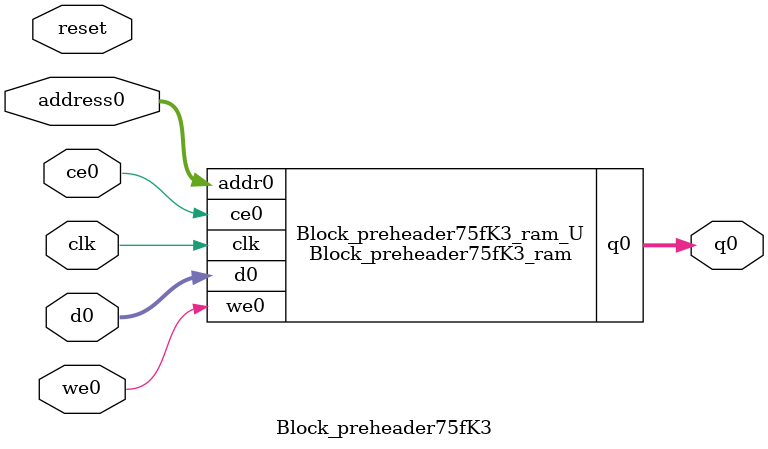
<source format=v>
`timescale 1 ns / 1 ps
module Block_preheader75fK3_ram (addr0, ce0, d0, we0, q0,  clk);

parameter DWIDTH = 4;
parameter AWIDTH = 9;
parameter MEM_SIZE = 264;

input[AWIDTH-1:0] addr0;
input ce0;
input[DWIDTH-1:0] d0;
input we0;
output reg[DWIDTH-1:0] q0;
input clk;

(* ram_style = "block" *)reg [DWIDTH-1:0] ram[0:MEM_SIZE-1];




always @(posedge clk)  
begin 
    if (ce0) begin
        if (we0) 
            ram[addr0] <= d0; 
        q0 <= ram[addr0];
    end
end


endmodule

`timescale 1 ns / 1 ps
module Block_preheader75fK3(
    reset,
    clk,
    address0,
    ce0,
    we0,
    d0,
    q0);

parameter DataWidth = 32'd4;
parameter AddressRange = 32'd264;
parameter AddressWidth = 32'd9;
input reset;
input clk;
input[AddressWidth - 1:0] address0;
input ce0;
input we0;
input[DataWidth - 1:0] d0;
output[DataWidth - 1:0] q0;



Block_preheader75fK3_ram Block_preheader75fK3_ram_U(
    .clk( clk ),
    .addr0( address0 ),
    .ce0( ce0 ),
    .we0( we0 ),
    .d0( d0 ),
    .q0( q0 ));

endmodule


</source>
